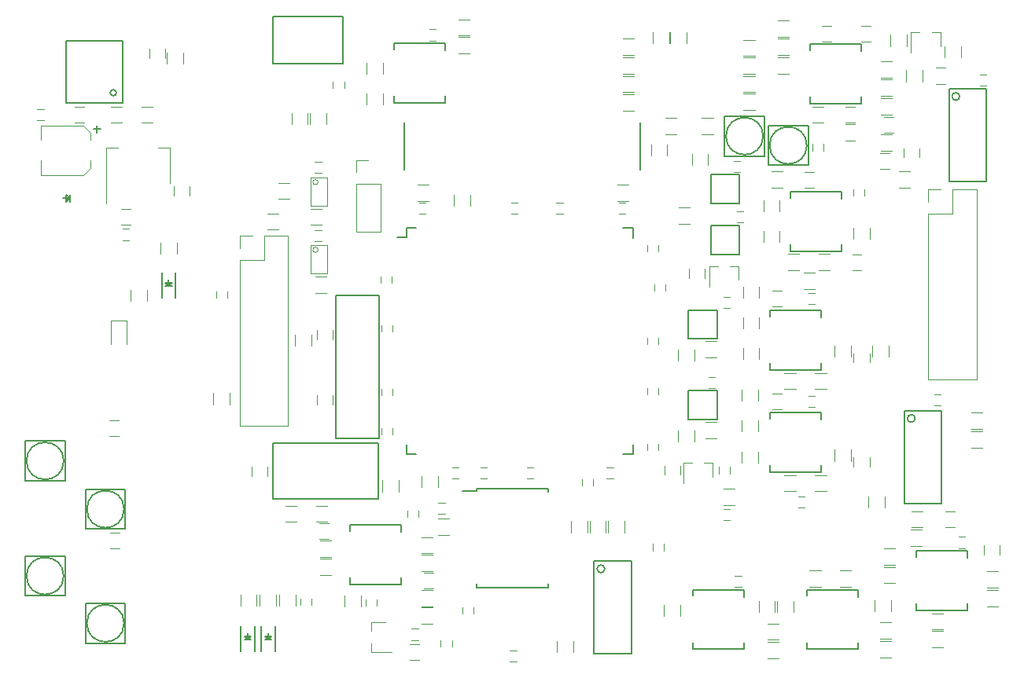
<source format=gto>
G04 #@! TF.FileFunction,Legend,Top*
%FSLAX46Y46*%
G04 Gerber Fmt 4.6, Leading zero omitted, Abs format (unit mm)*
G04 Created by KiCad (PCBNEW 4.0.1-stable) date 26/04/2018 08:46:55*
%MOMM*%
G01*
G04 APERTURE LIST*
%ADD10C,0.100000*%
%ADD11C,0.150000*%
%ADD12C,0.120000*%
G04 APERTURE END LIST*
D10*
D11*
X88660000Y-70100000D02*
X83960000Y-70100000D01*
X83960000Y-70100000D02*
X83960000Y-85500000D01*
X88660000Y-85500000D02*
X83960000Y-85500000D01*
X88660000Y-70100000D02*
X88660000Y-85500000D01*
X91400000Y-56540000D02*
X91400000Y-51460000D01*
X116800000Y-56540000D02*
X116800000Y-51460000D01*
X134700000Y-53900000D02*
G75*
G03X134700000Y-53900000I-2000000J0D01*
G01*
X134850000Y-51750000D02*
X130550000Y-51750000D01*
X130550000Y-51750000D02*
X130550000Y-56050000D01*
X134850000Y-51750000D02*
X134850000Y-56050000D01*
X134850000Y-56050000D02*
X130550000Y-56050000D01*
D12*
X81950000Y-80800000D02*
X81950000Y-81800000D01*
X83650000Y-81800000D02*
X83650000Y-80800000D01*
D11*
X91625000Y-62825000D02*
X91625000Y-63800000D01*
X115975000Y-62825000D02*
X115975000Y-63875000D01*
X115975000Y-87175000D02*
X115975000Y-86125000D01*
X91625000Y-87175000D02*
X91625000Y-86125000D01*
X91625000Y-62825000D02*
X92675000Y-62825000D01*
X91625000Y-87175000D02*
X92675000Y-87175000D01*
X115975000Y-87175000D02*
X114925000Y-87175000D01*
X115975000Y-62825000D02*
X114925000Y-62825000D01*
X91625000Y-63800000D02*
X90620000Y-63800000D01*
X77450000Y-108400000D02*
X77450000Y-105700000D01*
X75950000Y-108400000D02*
X75950000Y-105700000D01*
X76850000Y-106900000D02*
X76600000Y-106900000D01*
X76600000Y-106900000D02*
X76750000Y-107050000D01*
X76350000Y-107150000D02*
X77050000Y-107150000D01*
X76700000Y-106800000D02*
X76700000Y-106450000D01*
X76700000Y-107150000D02*
X76350000Y-106800000D01*
X76350000Y-106800000D02*
X77050000Y-106800000D01*
X77050000Y-106800000D02*
X76700000Y-107150000D01*
X66750000Y-70300000D02*
X66750000Y-67600000D01*
X65250000Y-70300000D02*
X65250000Y-67600000D01*
X66150000Y-68800000D02*
X65900000Y-68800000D01*
X65900000Y-68800000D02*
X66050000Y-68950000D01*
X65650000Y-69050000D02*
X66350000Y-69050000D01*
X66000000Y-68700000D02*
X66000000Y-68350000D01*
X66000000Y-69050000D02*
X65650000Y-68700000D01*
X65650000Y-68700000D02*
X66350000Y-68700000D01*
X66350000Y-68700000D02*
X66000000Y-69050000D01*
X75250000Y-108400000D02*
X75250000Y-105700000D01*
X73750000Y-108400000D02*
X73750000Y-105700000D01*
X74650000Y-106900000D02*
X74400000Y-106900000D01*
X74400000Y-106900000D02*
X74550000Y-107050000D01*
X74150000Y-107150000D02*
X74850000Y-107150000D01*
X74500000Y-106800000D02*
X74500000Y-106450000D01*
X74500000Y-107150000D02*
X74150000Y-106800000D01*
X74150000Y-106800000D02*
X74850000Y-106800000D01*
X74850000Y-106800000D02*
X74500000Y-107150000D01*
D12*
X66110000Y-54190000D02*
X64850000Y-54190000D01*
X59290000Y-54190000D02*
X60550000Y-54190000D01*
X66110000Y-57950000D02*
X66110000Y-54190000D01*
X59290000Y-60200000D02*
X59290000Y-54190000D01*
X124600000Y-52680000D02*
X123400000Y-52680000D01*
X123400000Y-50920000D02*
X124600000Y-50920000D01*
X74950000Y-88500000D02*
X74950000Y-89500000D01*
X76650000Y-89500000D02*
X76650000Y-88500000D01*
X52230000Y-57090000D02*
X52230000Y-55540000D01*
X52230000Y-51760000D02*
X52230000Y-53310000D01*
X57570000Y-52520000D02*
X57570000Y-53310000D01*
X57570000Y-56330000D02*
X57570000Y-55540000D01*
X52230000Y-57090000D02*
X56810000Y-57090000D01*
X56810000Y-57090000D02*
X57570000Y-56330000D01*
X57570000Y-52520000D02*
X56810000Y-51760000D01*
X56810000Y-51760000D02*
X52230000Y-51760000D01*
X119350000Y-88400000D02*
X119350000Y-89400000D01*
X121050000Y-89400000D02*
X121050000Y-88400000D01*
X66550000Y-58300000D02*
X66550000Y-59300000D01*
X68250000Y-59300000D02*
X68250000Y-58300000D01*
X60900000Y-62450000D02*
X61900000Y-62450000D01*
X61900000Y-60750000D02*
X60900000Y-60750000D01*
X83200000Y-94650000D02*
X82200000Y-94650000D01*
X82200000Y-96350000D02*
X83200000Y-96350000D01*
X93000000Y-107650000D02*
X92000000Y-107650000D01*
X92000000Y-109350000D02*
X93000000Y-109350000D01*
X93500000Y-101650000D02*
X94500000Y-101650000D01*
X94500000Y-99950000D02*
X93500000Y-99950000D01*
X132000000Y-80650000D02*
X131000000Y-80650000D01*
X131000000Y-82350000D02*
X132000000Y-82350000D01*
X132000000Y-69550000D02*
X131000000Y-69550000D01*
X131000000Y-71250000D02*
X132000000Y-71250000D01*
X135500000Y-56750000D02*
X134500000Y-56750000D01*
X134500000Y-58450000D02*
X135500000Y-58450000D01*
X139600000Y-67350000D02*
X140600000Y-67350000D01*
X140600000Y-65650000D02*
X139600000Y-65650000D01*
X139900000Y-49750000D02*
X138900000Y-49750000D01*
X138900000Y-51450000D02*
X139900000Y-51450000D01*
X142600000Y-56450000D02*
X143600000Y-56450000D01*
X143600000Y-54750000D02*
X142600000Y-54750000D01*
X138900000Y-53350000D02*
X139900000Y-53350000D01*
X139900000Y-51650000D02*
X138900000Y-51650000D01*
X146850000Y-55200000D02*
X146850000Y-54200000D01*
X145150000Y-54200000D02*
X145150000Y-55200000D01*
X137300000Y-41050000D02*
X136300000Y-41050000D01*
X136300000Y-42750000D02*
X137300000Y-42750000D01*
X144000000Y-50850000D02*
X143000000Y-50850000D01*
X143000000Y-52550000D02*
X144000000Y-52550000D01*
X150600000Y-93350000D02*
X149600000Y-93350000D01*
X149600000Y-95050000D02*
X150600000Y-95050000D01*
X153750000Y-97000000D02*
X153750000Y-98000000D01*
X155450000Y-98000000D02*
X155450000Y-97000000D01*
X122050000Y-67200000D02*
X122050000Y-68200000D01*
X123750000Y-68200000D02*
X123750000Y-67200000D01*
X149600000Y-45550000D02*
X148600000Y-45550000D01*
X148600000Y-47250000D02*
X149600000Y-47250000D01*
X63680000Y-69500000D02*
X63680000Y-70700000D01*
X61920000Y-70700000D02*
X61920000Y-69500000D01*
X90780000Y-90000000D02*
X90780000Y-91200000D01*
X89020000Y-91200000D02*
X89020000Y-90000000D01*
X96720000Y-60400000D02*
X96720000Y-59200000D01*
X98480000Y-59200000D02*
X98480000Y-60400000D01*
X75820000Y-103500000D02*
X75820000Y-102300000D01*
X77580000Y-102300000D02*
X77580000Y-103500000D01*
X72580000Y-80600000D02*
X72580000Y-81800000D01*
X70820000Y-81800000D02*
X70820000Y-80600000D01*
X79620000Y-75500000D02*
X79620000Y-74300000D01*
X81380000Y-74300000D02*
X81380000Y-75500000D01*
X66880000Y-64400000D02*
X66880000Y-65600000D01*
X65120000Y-65600000D02*
X65120000Y-64400000D01*
X93220000Y-90700000D02*
X93220000Y-89500000D01*
X94980000Y-89500000D02*
X94980000Y-90700000D01*
X94000000Y-59880000D02*
X92800000Y-59880000D01*
X92800000Y-58120000D02*
X94000000Y-58120000D01*
X115500000Y-59880000D02*
X114300000Y-59880000D01*
X114300000Y-58120000D02*
X115500000Y-58120000D01*
X119680000Y-53800000D02*
X119680000Y-55000000D01*
X117920000Y-55000000D02*
X117920000Y-53800000D01*
X73720000Y-103500000D02*
X73720000Y-102300000D01*
X75480000Y-102300000D02*
X75480000Y-103500000D01*
X82300000Y-96520000D02*
X83500000Y-96520000D01*
X83500000Y-98280000D02*
X82300000Y-98280000D01*
X83000000Y-69780000D02*
X81800000Y-69780000D01*
X81800000Y-68020000D02*
X83000000Y-68020000D01*
X83500000Y-100180000D02*
X82300000Y-100180000D01*
X82300000Y-98420000D02*
X83500000Y-98420000D01*
X83100000Y-94480000D02*
X81900000Y-94480000D01*
X81900000Y-92720000D02*
X83100000Y-92720000D01*
X82500000Y-62480000D02*
X81300000Y-62480000D01*
X81300000Y-60720000D02*
X82500000Y-60720000D01*
X94400000Y-99780000D02*
X93200000Y-99780000D01*
X93200000Y-98020000D02*
X94400000Y-98020000D01*
X79000000Y-59680000D02*
X77800000Y-59680000D01*
X77800000Y-57920000D02*
X79000000Y-57920000D01*
X77800000Y-62980000D02*
X76600000Y-62980000D01*
X76600000Y-61220000D02*
X77800000Y-61220000D01*
X103550000Y-61300000D02*
X102850000Y-61300000D01*
X102850000Y-60100000D02*
X103550000Y-60100000D01*
X108450000Y-61300000D02*
X107750000Y-61300000D01*
X107750000Y-60100000D02*
X108450000Y-60100000D01*
X99550000Y-88600000D02*
X100250000Y-88600000D01*
X100250000Y-89800000D02*
X99550000Y-89800000D01*
X113850000Y-89800000D02*
X113150000Y-89800000D01*
X113150000Y-88600000D02*
X113850000Y-88600000D01*
X117500000Y-80750000D02*
X117500000Y-80050000D01*
X118700000Y-80050000D02*
X118700000Y-80750000D01*
X117500000Y-75350000D02*
X117500000Y-74650000D01*
X118700000Y-74650000D02*
X118700000Y-75350000D01*
X92950000Y-60100000D02*
X93650000Y-60100000D01*
X93650000Y-61300000D02*
X92950000Y-61300000D01*
X115150000Y-61300000D02*
X114450000Y-61300000D01*
X114450000Y-60100000D02*
X115150000Y-60100000D01*
X118700000Y-64650000D02*
X118700000Y-65350000D01*
X117500000Y-65350000D02*
X117500000Y-64650000D01*
X117500000Y-86750000D02*
X117500000Y-86050000D01*
X118700000Y-86050000D02*
X118700000Y-86750000D01*
X88800000Y-68750000D02*
X88800000Y-68050000D01*
X90000000Y-68050000D02*
X90000000Y-68750000D01*
X88900000Y-85050000D02*
X88900000Y-84350000D01*
X90100000Y-84350000D02*
X90100000Y-85050000D01*
X90100000Y-80150000D02*
X90100000Y-80850000D01*
X88900000Y-80850000D02*
X88900000Y-80150000D01*
X104550000Y-88600000D02*
X105250000Y-88600000D01*
X105250000Y-89800000D02*
X104550000Y-89800000D01*
X97250000Y-89800000D02*
X96550000Y-89800000D01*
X96550000Y-88600000D02*
X97250000Y-88600000D01*
X90100000Y-73250000D02*
X90100000Y-73950000D01*
X88900000Y-73950000D02*
X88900000Y-73250000D01*
D11*
X88600000Y-86040000D02*
X88600000Y-91950000D01*
X88600000Y-92000000D02*
X77200000Y-92000000D01*
X77200000Y-91950000D02*
X77200000Y-86050000D01*
X77200000Y-86000000D02*
X88600000Y-86000000D01*
D12*
X86170000Y-63210000D02*
X88830000Y-63210000D01*
X86170000Y-58070000D02*
X86170000Y-63210000D01*
X88830000Y-58070000D02*
X88830000Y-63210000D01*
X86170000Y-58070000D02*
X88830000Y-58070000D01*
X86170000Y-56800000D02*
X86170000Y-55470000D01*
X86170000Y-55470000D02*
X87500000Y-55470000D01*
D10*
X82090179Y-65160000D02*
G75*
G03X82090179Y-65160000I-280179J0D01*
G01*
X81325000Y-67725000D02*
X83075000Y-67725000D01*
X81325000Y-64675000D02*
X83075000Y-64675000D01*
X81325000Y-64675000D02*
X81325000Y-67725000D01*
X83075000Y-64675000D02*
X83075000Y-67725000D01*
X82090179Y-57860000D02*
G75*
G03X82090179Y-57860000I-280179J0D01*
G01*
X81325000Y-60425000D02*
X83075000Y-60425000D01*
X81325000Y-57375000D02*
X83075000Y-57375000D01*
X81325000Y-57375000D02*
X81325000Y-60425000D01*
X83075000Y-57375000D02*
X83075000Y-60425000D01*
D11*
X130750000Y-71695000D02*
X130750000Y-72350000D01*
X136250000Y-71695000D02*
X136250000Y-72445000D01*
X136250000Y-78105000D02*
X136250000Y-77355000D01*
X130750000Y-78105000D02*
X130750000Y-77355000D01*
X130750000Y-71695000D02*
X136250000Y-71695000D01*
X130750000Y-78105000D02*
X136250000Y-78105000D01*
X132950000Y-58895000D02*
X132950000Y-59550000D01*
X138450000Y-58895000D02*
X138450000Y-59645000D01*
X138450000Y-65305000D02*
X138450000Y-64555000D01*
X132950000Y-65305000D02*
X132950000Y-64555000D01*
X132950000Y-58895000D02*
X138450000Y-58895000D01*
X132950000Y-65305000D02*
X138450000Y-65305000D01*
X135050000Y-42995000D02*
X135050000Y-43650000D01*
X140550000Y-42995000D02*
X140550000Y-43745000D01*
X140550000Y-49405000D02*
X140550000Y-48655000D01*
X135050000Y-49405000D02*
X135050000Y-48655000D01*
X135050000Y-42995000D02*
X140550000Y-42995000D01*
X135050000Y-49405000D02*
X140550000Y-49405000D01*
X146450000Y-97595000D02*
X146450000Y-98250000D01*
X151950000Y-97595000D02*
X151950000Y-98345000D01*
X151950000Y-104005000D02*
X151950000Y-103255000D01*
X146450000Y-104005000D02*
X146450000Y-103255000D01*
X146450000Y-97595000D02*
X151950000Y-97595000D01*
X146450000Y-104005000D02*
X151950000Y-104005000D01*
X134750000Y-101795000D02*
X134750000Y-102450000D01*
X140250000Y-101795000D02*
X140250000Y-102545000D01*
X140250000Y-108205000D02*
X140250000Y-107455000D01*
X134750000Y-108205000D02*
X134750000Y-107455000D01*
X134750000Y-101795000D02*
X140250000Y-101795000D01*
X134750000Y-108205000D02*
X140250000Y-108205000D01*
X122450000Y-101795000D02*
X122450000Y-102450000D01*
X127950000Y-101795000D02*
X127950000Y-102545000D01*
X127950000Y-108205000D02*
X127950000Y-107455000D01*
X122450000Y-108205000D02*
X122450000Y-107455000D01*
X122450000Y-101795000D02*
X127950000Y-101795000D01*
X122450000Y-108205000D02*
X127950000Y-108205000D01*
X90250000Y-42895000D02*
X90250000Y-43550000D01*
X95750000Y-42895000D02*
X95750000Y-43645000D01*
X95750000Y-49305000D02*
X95750000Y-48555000D01*
X90250000Y-49305000D02*
X90250000Y-48555000D01*
X90250000Y-42895000D02*
X95750000Y-42895000D01*
X90250000Y-49305000D02*
X95750000Y-49305000D01*
X130750000Y-82695000D02*
X130750000Y-83350000D01*
X136250000Y-82695000D02*
X136250000Y-83445000D01*
X136250000Y-89105000D02*
X136250000Y-88355000D01*
X130750000Y-89105000D02*
X130750000Y-88355000D01*
X130750000Y-82695000D02*
X136250000Y-82695000D01*
X130750000Y-89105000D02*
X136250000Y-89105000D01*
X85550000Y-94795000D02*
X85550000Y-95450000D01*
X91050000Y-94795000D02*
X91050000Y-95545000D01*
X91050000Y-101205000D02*
X91050000Y-100455000D01*
X85550000Y-101205000D02*
X85550000Y-100455000D01*
X85550000Y-94795000D02*
X91050000Y-94795000D01*
X85550000Y-101205000D02*
X91050000Y-101205000D01*
X121950000Y-71650000D02*
X121950000Y-74750000D01*
X125050000Y-71700000D02*
X125050000Y-74750000D01*
X121950000Y-74750000D02*
X125050000Y-74750000D01*
X121950000Y-71650000D02*
X125050000Y-71650000D01*
X124350000Y-62550000D02*
X124350000Y-65650000D01*
X127450000Y-62600000D02*
X127450000Y-65650000D01*
X124350000Y-65650000D02*
X127450000Y-65650000D01*
X124350000Y-62550000D02*
X127450000Y-62550000D01*
X124350000Y-57050000D02*
X124350000Y-60150000D01*
X127450000Y-57100000D02*
X127450000Y-60150000D01*
X124350000Y-60150000D02*
X127450000Y-60150000D01*
X124350000Y-57050000D02*
X127450000Y-57050000D01*
X121950000Y-80350000D02*
X121950000Y-83450000D01*
X125050000Y-80400000D02*
X125050000Y-83450000D01*
X121950000Y-83450000D02*
X125050000Y-83450000D01*
X121950000Y-80350000D02*
X125050000Y-80350000D01*
D12*
X93200000Y-101820000D02*
X94400000Y-101820000D01*
X94400000Y-103580000D02*
X93200000Y-103580000D01*
X93200000Y-96120000D02*
X94400000Y-96120000D01*
X94400000Y-97880000D02*
X93200000Y-97880000D01*
X94400000Y-105480000D02*
X93200000Y-105480000D01*
X93200000Y-103720000D02*
X94400000Y-103720000D01*
X79800000Y-94480000D02*
X78600000Y-94480000D01*
X78600000Y-92720000D02*
X79800000Y-92720000D01*
X127820000Y-73600000D02*
X127820000Y-72400000D01*
X129580000Y-72400000D02*
X129580000Y-73600000D01*
X127820000Y-76900000D02*
X127820000Y-75700000D01*
X129580000Y-75700000D02*
X129580000Y-76900000D01*
X127820000Y-70300000D02*
X127820000Y-69100000D01*
X129580000Y-69100000D02*
X129580000Y-70300000D01*
X143480000Y-75500000D02*
X143480000Y-76700000D01*
X141720000Y-76700000D02*
X141720000Y-75500000D01*
X152400000Y-84720000D02*
X153600000Y-84720000D01*
X153600000Y-86480000D02*
X152400000Y-86480000D01*
X147200000Y-95080000D02*
X146000000Y-95080000D01*
X146000000Y-93320000D02*
X147200000Y-93320000D01*
X145900000Y-95320000D02*
X147100000Y-95320000D01*
X147100000Y-97080000D02*
X145900000Y-97080000D01*
X134400000Y-67620000D02*
X135600000Y-67620000D01*
X135600000Y-69380000D02*
X134400000Y-69380000D01*
X143000000Y-97320000D02*
X144200000Y-97320000D01*
X144200000Y-99080000D02*
X143000000Y-99080000D01*
X141320000Y-92900000D02*
X141320000Y-91700000D01*
X143080000Y-91700000D02*
X143080000Y-92900000D01*
X130020000Y-64300000D02*
X130020000Y-63100000D01*
X131780000Y-63100000D02*
X131780000Y-64300000D01*
X130020000Y-61000000D02*
X130020000Y-59800000D01*
X131780000Y-59800000D02*
X131780000Y-61000000D01*
X130900000Y-56720000D02*
X132100000Y-56720000D01*
X132100000Y-58480000D02*
X130900000Y-58480000D01*
X132700000Y-65620000D02*
X133900000Y-65620000D01*
X133900000Y-67380000D02*
X132700000Y-67380000D01*
X137200000Y-67380000D02*
X136000000Y-67380000D01*
X136000000Y-65620000D02*
X137200000Y-65620000D01*
X139720000Y-64000000D02*
X139720000Y-62800000D01*
X141480000Y-62800000D02*
X141480000Y-64000000D01*
X131600000Y-44420000D02*
X132800000Y-44420000D01*
X132800000Y-46180000D02*
X131600000Y-46180000D01*
X127900000Y-44420000D02*
X129100000Y-44420000D01*
X129100000Y-46180000D02*
X127900000Y-46180000D01*
X127900000Y-42520000D02*
X129100000Y-42520000D01*
X129100000Y-44280000D02*
X127900000Y-44280000D01*
X132800000Y-44180000D02*
X131600000Y-44180000D01*
X131600000Y-42420000D02*
X132800000Y-42420000D01*
X131600000Y-40420000D02*
X132800000Y-40420000D01*
X132800000Y-42180000D02*
X131600000Y-42180000D01*
X143900000Y-46580000D02*
X142700000Y-46580000D01*
X142700000Y-44820000D02*
X143900000Y-44820000D01*
X127900000Y-46420000D02*
X129100000Y-46420000D01*
X129100000Y-48180000D02*
X127900000Y-48180000D01*
X127900000Y-48320000D02*
X129100000Y-48320000D01*
X129100000Y-50080000D02*
X127900000Y-50080000D01*
X142700000Y-46820000D02*
X143900000Y-46820000D01*
X143900000Y-48580000D02*
X142700000Y-48580000D01*
X143900000Y-50580000D02*
X142700000Y-50580000D01*
X142700000Y-48820000D02*
X143900000Y-48820000D01*
X135300000Y-49720000D02*
X136500000Y-49720000D01*
X136500000Y-51480000D02*
X135300000Y-51480000D01*
X142700000Y-52720000D02*
X143900000Y-52720000D01*
X143900000Y-54480000D02*
X142700000Y-54480000D01*
X125700000Y-90920000D02*
X126900000Y-90920000D01*
X126900000Y-92680000D02*
X125700000Y-92680000D01*
X119500000Y-50920000D02*
X120700000Y-50920000D01*
X120700000Y-52680000D02*
X119500000Y-52680000D01*
X119880000Y-41700000D02*
X119880000Y-42900000D01*
X118120000Y-42900000D02*
X118120000Y-41700000D01*
X121780000Y-41700000D02*
X121780000Y-42900000D01*
X120020000Y-42900000D02*
X120020000Y-41700000D01*
X144600000Y-56720000D02*
X145800000Y-56720000D01*
X145800000Y-58480000D02*
X144600000Y-58480000D01*
X135600000Y-78420000D02*
X136800000Y-78420000D01*
X136800000Y-80180000D02*
X135600000Y-80180000D01*
X137720000Y-76700000D02*
X137720000Y-75500000D01*
X139480000Y-75500000D02*
X139480000Y-76700000D01*
X132300000Y-78420000D02*
X133500000Y-78420000D01*
X133500000Y-80180000D02*
X132300000Y-80180000D01*
X144200000Y-101080000D02*
X143000000Y-101080000D01*
X143000000Y-99320000D02*
X144200000Y-99320000D01*
X154100000Y-101820000D02*
X155300000Y-101820000D01*
X155300000Y-103580000D02*
X154100000Y-103580000D01*
X155300000Y-101580000D02*
X154100000Y-101580000D01*
X154100000Y-99820000D02*
X155300000Y-99820000D01*
X148200000Y-104320000D02*
X149400000Y-104320000D01*
X149400000Y-106080000D02*
X148200000Y-106080000D01*
X149400000Y-107980000D02*
X148200000Y-107980000D01*
X148200000Y-106220000D02*
X149400000Y-106220000D01*
X139500000Y-101480000D02*
X138300000Y-101480000D01*
X138300000Y-99720000D02*
X139500000Y-99720000D01*
X135000000Y-99720000D02*
X136200000Y-99720000D01*
X136200000Y-101480000D02*
X135000000Y-101480000D01*
X131520000Y-104200000D02*
X131520000Y-103000000D01*
X133280000Y-103000000D02*
X133280000Y-104200000D01*
X131280000Y-103000000D02*
X131280000Y-104200000D01*
X129520000Y-104200000D02*
X129520000Y-103000000D01*
X119320000Y-104600000D02*
X119320000Y-103400000D01*
X121080000Y-103400000D02*
X121080000Y-104600000D01*
X143800000Y-107080000D02*
X142600000Y-107080000D01*
X142600000Y-105320000D02*
X143800000Y-105320000D01*
X143800000Y-109080000D02*
X142600000Y-109080000D01*
X142600000Y-107320000D02*
X143800000Y-107320000D01*
X142020000Y-104100000D02*
X142020000Y-102900000D01*
X143780000Y-102900000D02*
X143780000Y-104100000D01*
X131700000Y-107180000D02*
X130500000Y-107180000D01*
X130500000Y-105420000D02*
X131700000Y-105420000D01*
X130500000Y-107420000D02*
X131700000Y-107420000D01*
X131700000Y-109180000D02*
X130500000Y-109180000D01*
X107820000Y-108500000D02*
X107820000Y-107300000D01*
X109580000Y-107300000D02*
X109580000Y-108500000D01*
X96200000Y-95880000D02*
X95000000Y-95880000D01*
X95000000Y-94120000D02*
X96200000Y-94120000D01*
X84920000Y-103600000D02*
X84920000Y-102400000D01*
X86680000Y-102400000D02*
X86680000Y-103600000D01*
X77920000Y-103500000D02*
X77920000Y-102300000D01*
X79680000Y-102300000D02*
X79680000Y-103500000D01*
X89080000Y-48300000D02*
X89080000Y-49500000D01*
X87320000Y-49500000D02*
X87320000Y-48300000D01*
X89080000Y-45000000D02*
X89080000Y-46200000D01*
X87320000Y-46200000D02*
X87320000Y-45000000D01*
X125000000Y-85480000D02*
X123800000Y-85480000D01*
X123800000Y-83720000D02*
X125000000Y-83720000D01*
X122580000Y-84600000D02*
X122580000Y-85800000D01*
X120820000Y-85800000D02*
X120820000Y-84600000D01*
X122580000Y-75900000D02*
X122580000Y-77100000D01*
X120820000Y-77100000D02*
X120820000Y-75900000D01*
X125000000Y-76780000D02*
X123800000Y-76780000D01*
X123800000Y-75020000D02*
X125000000Y-75020000D01*
X132300000Y-89420000D02*
X133500000Y-89420000D01*
X133500000Y-91180000D02*
X132300000Y-91180000D01*
X127720000Y-88100000D02*
X127720000Y-86900000D01*
X129480000Y-86900000D02*
X129480000Y-88100000D01*
X135600000Y-89420000D02*
X136800000Y-89420000D01*
X136800000Y-91180000D02*
X135600000Y-91180000D01*
X127720000Y-84700000D02*
X127720000Y-83500000D01*
X129480000Y-83500000D02*
X129480000Y-84700000D01*
X137720000Y-87900000D02*
X137720000Y-86700000D01*
X139480000Y-86700000D02*
X139480000Y-87900000D01*
X127720000Y-81400000D02*
X127720000Y-80200000D01*
X129480000Y-80200000D02*
X129480000Y-81400000D01*
X115080000Y-94400000D02*
X115080000Y-95600000D01*
X113320000Y-95600000D02*
X113320000Y-94400000D01*
X152400000Y-82720000D02*
X153600000Y-82720000D01*
X153600000Y-84480000D02*
X152400000Y-84480000D01*
X113080000Y-94400000D02*
X113080000Y-95600000D01*
X111320000Y-95600000D02*
X111320000Y-94400000D01*
X111080000Y-94400000D02*
X111080000Y-95600000D01*
X109320000Y-95600000D02*
X109320000Y-94400000D01*
X149520000Y-44400000D02*
X149520000Y-43200000D01*
X151280000Y-43200000D02*
X151280000Y-44400000D01*
X145480000Y-42000000D02*
X145480000Y-43200000D01*
X143720000Y-43200000D02*
X143720000Y-42000000D01*
X145420000Y-47000000D02*
X145420000Y-45800000D01*
X147180000Y-45800000D02*
X147180000Y-47000000D01*
X122100000Y-62380000D02*
X120900000Y-62380000D01*
X120900000Y-60620000D02*
X122100000Y-60620000D01*
X122320000Y-56000000D02*
X122320000Y-54800000D01*
X124080000Y-54800000D02*
X124080000Y-56000000D01*
X82980000Y-50400000D02*
X82980000Y-51600000D01*
X81220000Y-51600000D02*
X81220000Y-50400000D01*
X80980000Y-50400000D02*
X80980000Y-51600000D01*
X79220000Y-51600000D02*
X79220000Y-50400000D01*
X67580000Y-43900000D02*
X67580000Y-45100000D01*
X65820000Y-45100000D02*
X65820000Y-43900000D01*
X63100000Y-49720000D02*
X64300000Y-49720000D01*
X64300000Y-51480000D02*
X63100000Y-51480000D01*
X59800000Y-49720000D02*
X61000000Y-49720000D01*
X61000000Y-51480000D02*
X59800000Y-51480000D01*
X61450000Y-72800000D02*
X59750000Y-72800000D01*
X59750000Y-72800000D02*
X59750000Y-75350000D01*
X61450000Y-72800000D02*
X61450000Y-75350000D01*
D11*
X54700000Y-87900000D02*
G75*
G03X54700000Y-87900000I-2000000J0D01*
G01*
X54850000Y-85750000D02*
X50550000Y-85750000D01*
X50550000Y-85750000D02*
X50550000Y-90050000D01*
X54850000Y-85750000D02*
X54850000Y-90050000D01*
X54850000Y-90050000D02*
X50550000Y-90050000D01*
X61200000Y-105400000D02*
G75*
G03X61200000Y-105400000I-2000000J0D01*
G01*
X57050000Y-103250000D02*
X57050000Y-107550000D01*
X57050000Y-107550000D02*
X61350000Y-107550000D01*
X57050000Y-103250000D02*
X61350000Y-103250000D01*
X61350000Y-103250000D02*
X61350000Y-107550000D01*
X54700000Y-100300000D02*
G75*
G03X54700000Y-100300000I-2000000J0D01*
G01*
X54850000Y-98150000D02*
X50550000Y-98150000D01*
X50550000Y-98150000D02*
X50550000Y-102450000D01*
X54850000Y-98150000D02*
X54850000Y-102450000D01*
X54850000Y-102450000D02*
X50550000Y-102450000D01*
X61200000Y-93100000D02*
G75*
G03X61200000Y-93100000I-2000000J0D01*
G01*
X57050000Y-90950000D02*
X57050000Y-95250000D01*
X57050000Y-95250000D02*
X61350000Y-95250000D01*
X57050000Y-90950000D02*
X61350000Y-90950000D01*
X61350000Y-90950000D02*
X61350000Y-95250000D01*
X55100000Y-59450000D02*
X55100000Y-59700000D01*
X55350000Y-59950000D02*
X55350000Y-59250000D01*
X55000000Y-59600000D02*
X54650000Y-59600000D01*
X55350000Y-59600000D02*
X55000000Y-59950000D01*
X55000000Y-59950000D02*
X55000000Y-59250000D01*
X55000000Y-59250000D02*
X55350000Y-59600000D01*
D12*
X73670000Y-84110000D02*
X78870000Y-84110000D01*
X73670000Y-66270000D02*
X73670000Y-84110000D01*
X78870000Y-63670000D02*
X78870000Y-84110000D01*
X73670000Y-66270000D02*
X76270000Y-66270000D01*
X76270000Y-66270000D02*
X76270000Y-63670000D01*
X76270000Y-63670000D02*
X78870000Y-63670000D01*
X73670000Y-65000000D02*
X73670000Y-63670000D01*
X73670000Y-63670000D02*
X75000000Y-63670000D01*
X147770000Y-79110000D02*
X152970000Y-79110000D01*
X147770000Y-61270000D02*
X147770000Y-79110000D01*
X152970000Y-58670000D02*
X152970000Y-79110000D01*
X147770000Y-61270000D02*
X150370000Y-61270000D01*
X150370000Y-61270000D02*
X150370000Y-58670000D01*
X150370000Y-58670000D02*
X152970000Y-58670000D01*
X147770000Y-60000000D02*
X147770000Y-58670000D01*
X147770000Y-58670000D02*
X149100000Y-58670000D01*
X124580000Y-88140000D02*
X123650000Y-88140000D01*
X121420000Y-88140000D02*
X122350000Y-88140000D01*
X121420000Y-88140000D02*
X121420000Y-90300000D01*
X124580000Y-88140000D02*
X124580000Y-89600000D01*
X127380000Y-66940000D02*
X126450000Y-66940000D01*
X124220000Y-66940000D02*
X125150000Y-66940000D01*
X124220000Y-66940000D02*
X124220000Y-69100000D01*
X127380000Y-66940000D02*
X127380000Y-68400000D01*
X149080000Y-41740000D02*
X148150000Y-41740000D01*
X145920000Y-41740000D02*
X146850000Y-41740000D01*
X145920000Y-41740000D02*
X145920000Y-43900000D01*
X149080000Y-41740000D02*
X149080000Y-43200000D01*
X87840000Y-105320000D02*
X87840000Y-106250000D01*
X87840000Y-108480000D02*
X87840000Y-107550000D01*
X87840000Y-108480000D02*
X90000000Y-108480000D01*
X87840000Y-105320000D02*
X89300000Y-105320000D01*
X98400000Y-43980000D02*
X97200000Y-43980000D01*
X97200000Y-42220000D02*
X98400000Y-42220000D01*
X97200000Y-40320000D02*
X98400000Y-40320000D01*
X98400000Y-42080000D02*
X97200000Y-42080000D01*
D11*
X146351825Y-83330000D02*
G75*
G03X146351825Y-83330000I-411825J0D01*
G01*
X149200000Y-92500000D02*
X145200000Y-92500000D01*
X145200000Y-92500000D02*
X145200000Y-82500000D01*
X145200000Y-82500000D02*
X149200000Y-82500000D01*
X149200000Y-82500000D02*
X149200000Y-92500000D01*
X151151825Y-48630000D02*
G75*
G03X151151825Y-48630000I-411825J0D01*
G01*
X154000000Y-57800000D02*
X150000000Y-57800000D01*
X150000000Y-57800000D02*
X150000000Y-47800000D01*
X150000000Y-47800000D02*
X154000000Y-47800000D01*
X154000000Y-47800000D02*
X154000000Y-57800000D01*
X112951825Y-99530000D02*
G75*
G03X112951825Y-99530000I-411825J0D01*
G01*
X115800000Y-108700000D02*
X111800000Y-108700000D01*
X111800000Y-108700000D02*
X111800000Y-98700000D01*
X111800000Y-98700000D02*
X115800000Y-98700000D01*
X115800000Y-98700000D02*
X115800000Y-108700000D01*
X99125000Y-90875000D02*
X99125000Y-91150000D01*
X106875000Y-90875000D02*
X106875000Y-91230000D01*
X106875000Y-101525000D02*
X106875000Y-101170000D01*
X99125000Y-101525000D02*
X99125000Y-101170000D01*
X99125000Y-90875000D02*
X106875000Y-90875000D01*
X99125000Y-101525000D02*
X106875000Y-101525000D01*
X99125000Y-91150000D02*
X97600000Y-91150000D01*
X84750000Y-45050000D02*
X84750000Y-40075000D01*
X77250000Y-45050000D02*
X77250000Y-40050000D01*
X84750000Y-45050000D02*
X77250000Y-45050000D01*
X84750000Y-40050000D02*
X77250000Y-40050000D01*
X60380151Y-48230000D02*
G75*
G03X60380151Y-48230000I-330151J0D01*
G01*
X61050000Y-49350000D02*
X55000000Y-49350000D01*
X55000000Y-49350000D02*
X55000000Y-42650000D01*
X61050000Y-49350000D02*
X61050000Y-42650000D01*
X61050000Y-42650000D02*
X55000000Y-42650000D01*
D12*
X60600000Y-83550000D02*
X59600000Y-83550000D01*
X59600000Y-85250000D02*
X60600000Y-85250000D01*
X60700000Y-95650000D02*
X59700000Y-95650000D01*
X59700000Y-97350000D02*
X60700000Y-97350000D01*
D11*
X130000000Y-52900000D02*
G75*
G03X130000000Y-52900000I-2000000J0D01*
G01*
X130150000Y-50750000D02*
X125850000Y-50750000D01*
X125850000Y-50750000D02*
X125850000Y-55050000D01*
X130150000Y-50750000D02*
X130150000Y-55050000D01*
X130150000Y-55050000D02*
X125850000Y-55050000D01*
D12*
X114900000Y-42420000D02*
X116100000Y-42420000D01*
X116100000Y-44180000D02*
X114900000Y-44180000D01*
X114900000Y-44420000D02*
X116100000Y-44420000D01*
X116100000Y-46180000D02*
X114900000Y-46180000D01*
X114900000Y-46420000D02*
X116100000Y-46420000D01*
X116100000Y-48180000D02*
X114900000Y-48180000D01*
X114900000Y-48420000D02*
X116100000Y-48420000D01*
X116100000Y-50180000D02*
X114900000Y-50180000D01*
X92850000Y-107200000D02*
X92150000Y-107200000D01*
X92150000Y-106000000D02*
X92850000Y-106000000D01*
X61050000Y-62900000D02*
X61750000Y-62900000D01*
X61750000Y-64100000D02*
X61050000Y-64100000D01*
X83700000Y-47750000D02*
X83700000Y-47050000D01*
X84900000Y-47050000D02*
X84900000Y-47750000D01*
X95750000Y-93600000D02*
X95050000Y-93600000D01*
X95050000Y-92400000D02*
X95750000Y-92400000D01*
X126450000Y-71400000D02*
X125750000Y-71400000D01*
X125750000Y-70200000D02*
X126450000Y-70200000D01*
X124850000Y-80100000D02*
X124150000Y-80100000D01*
X124150000Y-78900000D02*
X124850000Y-78900000D01*
X103450000Y-109500000D02*
X102750000Y-109500000D01*
X102750000Y-108300000D02*
X103450000Y-108300000D01*
X127850000Y-62200000D02*
X127150000Y-62200000D01*
X127150000Y-61000000D02*
X127850000Y-61000000D01*
X135300000Y-54450000D02*
X135300000Y-53750000D01*
X136500000Y-53750000D02*
X136500000Y-54450000D01*
X148450000Y-80700000D02*
X149150000Y-80700000D01*
X149150000Y-81900000D02*
X148450000Y-81900000D01*
X126400000Y-88550000D02*
X126400000Y-89250000D01*
X125200000Y-89250000D02*
X125200000Y-88550000D01*
X96500000Y-107250000D02*
X96500000Y-107950000D01*
X95300000Y-107950000D02*
X95300000Y-107250000D01*
X119300000Y-96850000D02*
X119300000Y-97550000D01*
X118100000Y-97550000D02*
X118100000Y-96850000D01*
X127550000Y-56800000D02*
X126850000Y-56800000D01*
X126850000Y-55600000D02*
X127550000Y-55600000D01*
X98800000Y-103650000D02*
X98800000Y-104350000D01*
X97600000Y-104350000D02*
X97600000Y-103650000D01*
X71100000Y-70350000D02*
X71100000Y-69650000D01*
X72300000Y-69650000D02*
X72300000Y-70350000D01*
X82450000Y-64200000D02*
X81750000Y-64200000D01*
X81750000Y-63000000D02*
X82450000Y-63000000D01*
X82450000Y-56900000D02*
X81750000Y-56900000D01*
X81750000Y-55700000D02*
X82450000Y-55700000D01*
X87200000Y-103550000D02*
X87200000Y-102850000D01*
X88400000Y-102850000D02*
X88400000Y-103550000D01*
X80200000Y-103450000D02*
X80200000Y-102750000D01*
X81400000Y-102750000D02*
X81400000Y-103450000D01*
X91700000Y-93950000D02*
X91700000Y-93250000D01*
X92900000Y-93250000D02*
X92900000Y-93950000D01*
X134450000Y-92900000D02*
X133750000Y-92900000D01*
X133750000Y-91700000D02*
X134450000Y-91700000D01*
X125750000Y-93100000D02*
X126450000Y-93100000D01*
X126450000Y-94300000D02*
X125750000Y-94300000D01*
X51850000Y-50000000D02*
X52550000Y-50000000D01*
X52550000Y-51200000D02*
X51850000Y-51200000D01*
X135550000Y-71000000D02*
X134850000Y-71000000D01*
X134850000Y-69800000D02*
X135550000Y-69800000D01*
X94050000Y-41400000D02*
X94750000Y-41400000D01*
X94750000Y-42600000D02*
X94050000Y-42600000D01*
X151750000Y-97300000D02*
X151050000Y-97300000D01*
X151050000Y-96100000D02*
X151750000Y-96100000D01*
X154050000Y-47500000D02*
X153350000Y-47500000D01*
X153350000Y-46300000D02*
X154050000Y-46300000D01*
X135550000Y-82100000D02*
X134850000Y-82100000D01*
X134850000Y-80900000D02*
X135550000Y-80900000D01*
X127650000Y-101500000D02*
X126950000Y-101500000D01*
X126950000Y-100300000D02*
X127650000Y-100300000D01*
X141450000Y-77300000D02*
X141450000Y-76300000D01*
X139750000Y-76300000D02*
X139750000Y-77300000D01*
X141450000Y-88500000D02*
X141450000Y-87500000D01*
X139750000Y-87500000D02*
X139750000Y-88500000D01*
X141600000Y-41050000D02*
X140600000Y-41050000D01*
X140600000Y-42750000D02*
X141600000Y-42750000D01*
X56900000Y-49750000D02*
X55900000Y-49750000D01*
X55900000Y-51450000D02*
X56900000Y-51450000D01*
X63950000Y-43500000D02*
X63950000Y-44500000D01*
X65650000Y-44500000D02*
X65650000Y-43500000D01*
X83650000Y-74800000D02*
X83650000Y-73800000D01*
X81950000Y-73800000D02*
X81950000Y-74800000D01*
X110500000Y-90550000D02*
X110500000Y-89850000D01*
X111700000Y-89850000D02*
X111700000Y-90550000D01*
X118300000Y-69550000D02*
X118300000Y-68850000D01*
X119500000Y-68850000D02*
X119500000Y-69550000D01*
X140900000Y-58650000D02*
X140900000Y-59350000D01*
X139700000Y-59350000D02*
X139700000Y-58650000D01*
D11*
X57899048Y-52131429D02*
X58660953Y-52131429D01*
X58280001Y-52512381D02*
X58280001Y-51750476D01*
M02*

</source>
